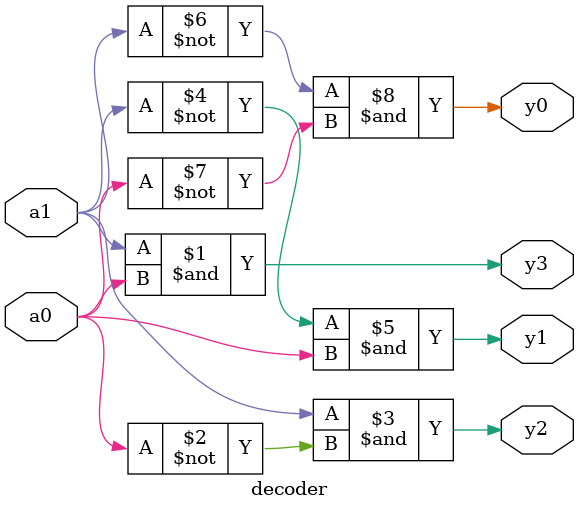
<source format=v>
`timescale 1ns / 1ps


module decoder(output y0,y1,y2,y3,input a0,a1 );

assign y3 = a1 & a0;
assign y2 = a1 & ~a0;
assign y1 = ~a1 & a0;
assign y0 = ~a1 & ~a0;
endmodule

</source>
